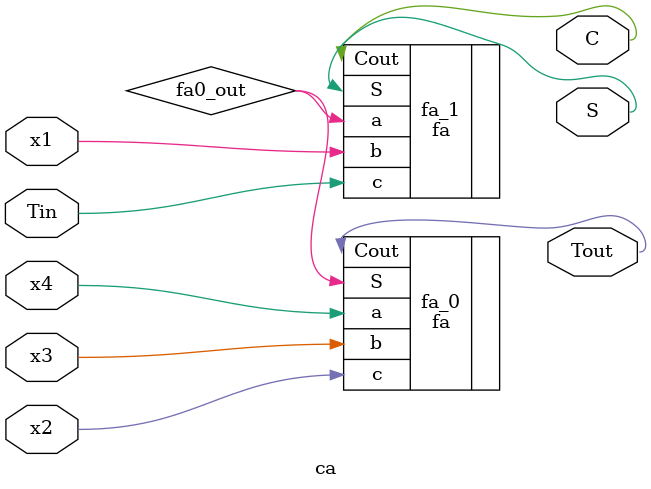
<source format=sv>
module ca
    (
    input logic x4, x3, x2, x1, Tin,
    output logic Tout, C, S
    );

    logic fa0_out;

    fa fa_0(.a(x4), .b(x3), .c(x2), .S(fa0_out), .Cout(Tout));
    fa fa_1(.a(fa0_out), .b(x1), .c(Tin), .S(S), .Cout(C));

endmodule
</source>
